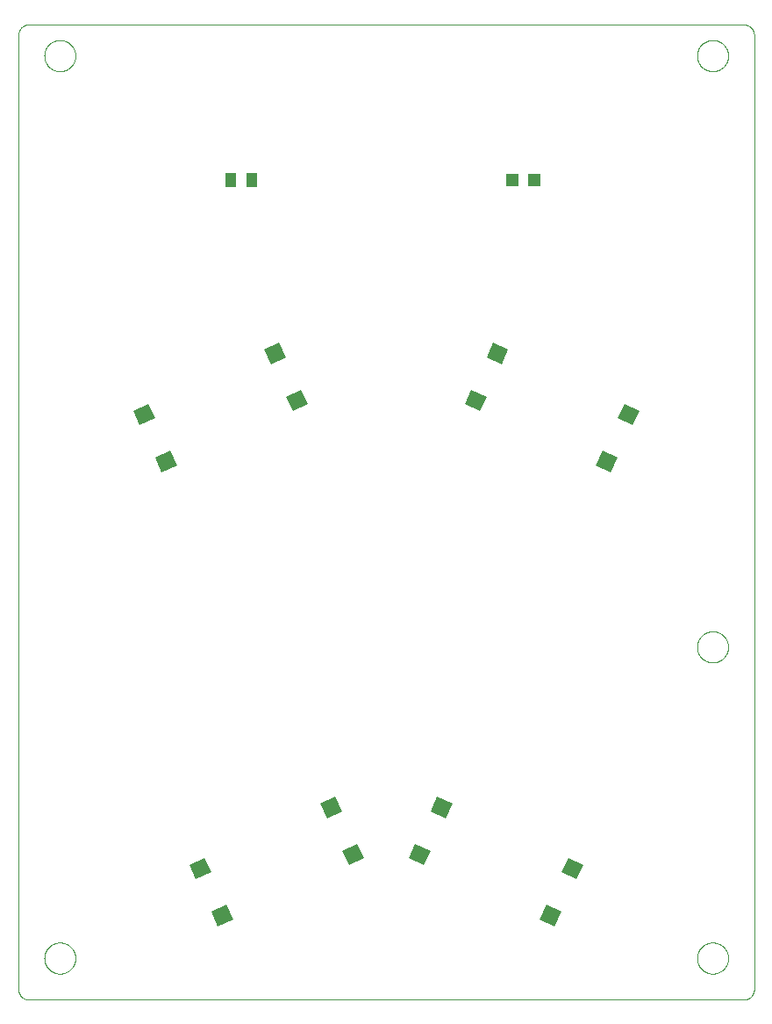
<source format=gbp>
G75*
%MOIN*%
%OFA0B0*%
%FSLAX25Y25*%
%IPPOS*%
%LPD*%
%AMOC8*
5,1,8,0,0,1.08239X$1,22.5*
%
%ADD10C,0.00000*%
%ADD11R,0.06299X0.06102*%
%ADD12R,0.04331X0.05512*%
%ADD13R,0.04724X0.04724*%
D10*
X0005437Y0002252D02*
X0277091Y0002252D01*
X0277215Y0002254D01*
X0277338Y0002260D01*
X0277462Y0002269D01*
X0277584Y0002283D01*
X0277707Y0002300D01*
X0277829Y0002322D01*
X0277950Y0002347D01*
X0278070Y0002376D01*
X0278189Y0002408D01*
X0278308Y0002445D01*
X0278425Y0002485D01*
X0278540Y0002528D01*
X0278655Y0002576D01*
X0278767Y0002627D01*
X0278878Y0002681D01*
X0278988Y0002739D01*
X0279095Y0002800D01*
X0279201Y0002865D01*
X0279304Y0002933D01*
X0279405Y0003004D01*
X0279504Y0003078D01*
X0279601Y0003155D01*
X0279695Y0003236D01*
X0279786Y0003319D01*
X0279875Y0003405D01*
X0279961Y0003494D01*
X0280044Y0003585D01*
X0280125Y0003679D01*
X0280202Y0003776D01*
X0280276Y0003875D01*
X0280347Y0003976D01*
X0280415Y0004079D01*
X0280480Y0004185D01*
X0280541Y0004292D01*
X0280599Y0004402D01*
X0280653Y0004513D01*
X0280704Y0004625D01*
X0280752Y0004740D01*
X0280795Y0004855D01*
X0280835Y0004972D01*
X0280872Y0005091D01*
X0280904Y0005210D01*
X0280933Y0005330D01*
X0280958Y0005451D01*
X0280980Y0005573D01*
X0280997Y0005696D01*
X0281011Y0005818D01*
X0281020Y0005942D01*
X0281026Y0006065D01*
X0281028Y0006189D01*
X0281028Y0368394D01*
X0281026Y0368518D01*
X0281020Y0368641D01*
X0281011Y0368765D01*
X0280997Y0368887D01*
X0280980Y0369010D01*
X0280958Y0369132D01*
X0280933Y0369253D01*
X0280904Y0369373D01*
X0280872Y0369492D01*
X0280835Y0369611D01*
X0280795Y0369728D01*
X0280752Y0369843D01*
X0280704Y0369958D01*
X0280653Y0370070D01*
X0280599Y0370181D01*
X0280541Y0370291D01*
X0280480Y0370398D01*
X0280415Y0370504D01*
X0280347Y0370607D01*
X0280276Y0370708D01*
X0280202Y0370807D01*
X0280125Y0370904D01*
X0280044Y0370998D01*
X0279961Y0371089D01*
X0279875Y0371178D01*
X0279786Y0371264D01*
X0279695Y0371347D01*
X0279601Y0371428D01*
X0279504Y0371505D01*
X0279405Y0371579D01*
X0279304Y0371650D01*
X0279201Y0371718D01*
X0279095Y0371783D01*
X0278988Y0371844D01*
X0278878Y0371902D01*
X0278767Y0371956D01*
X0278655Y0372007D01*
X0278540Y0372055D01*
X0278425Y0372098D01*
X0278308Y0372138D01*
X0278189Y0372175D01*
X0278070Y0372207D01*
X0277950Y0372236D01*
X0277829Y0372261D01*
X0277707Y0372283D01*
X0277584Y0372300D01*
X0277462Y0372314D01*
X0277338Y0372323D01*
X0277215Y0372329D01*
X0277091Y0372331D01*
X0005437Y0372331D01*
X0005313Y0372329D01*
X0005190Y0372323D01*
X0005066Y0372314D01*
X0004944Y0372300D01*
X0004821Y0372283D01*
X0004699Y0372261D01*
X0004578Y0372236D01*
X0004458Y0372207D01*
X0004339Y0372175D01*
X0004220Y0372138D01*
X0004103Y0372098D01*
X0003988Y0372055D01*
X0003873Y0372007D01*
X0003761Y0371956D01*
X0003650Y0371902D01*
X0003540Y0371844D01*
X0003433Y0371783D01*
X0003327Y0371718D01*
X0003224Y0371650D01*
X0003123Y0371579D01*
X0003024Y0371505D01*
X0002927Y0371428D01*
X0002833Y0371347D01*
X0002742Y0371264D01*
X0002653Y0371178D01*
X0002567Y0371089D01*
X0002484Y0370998D01*
X0002403Y0370904D01*
X0002326Y0370807D01*
X0002252Y0370708D01*
X0002181Y0370607D01*
X0002113Y0370504D01*
X0002048Y0370398D01*
X0001987Y0370291D01*
X0001929Y0370181D01*
X0001875Y0370070D01*
X0001824Y0369958D01*
X0001776Y0369843D01*
X0001733Y0369728D01*
X0001693Y0369611D01*
X0001656Y0369492D01*
X0001624Y0369373D01*
X0001595Y0369253D01*
X0001570Y0369132D01*
X0001548Y0369010D01*
X0001531Y0368887D01*
X0001517Y0368765D01*
X0001508Y0368641D01*
X0001502Y0368518D01*
X0001500Y0368394D01*
X0001500Y0006189D01*
X0001502Y0006065D01*
X0001508Y0005942D01*
X0001517Y0005818D01*
X0001531Y0005696D01*
X0001548Y0005573D01*
X0001570Y0005451D01*
X0001595Y0005330D01*
X0001624Y0005210D01*
X0001656Y0005091D01*
X0001693Y0004972D01*
X0001733Y0004855D01*
X0001776Y0004740D01*
X0001824Y0004625D01*
X0001875Y0004513D01*
X0001929Y0004402D01*
X0001987Y0004292D01*
X0002048Y0004185D01*
X0002113Y0004079D01*
X0002181Y0003976D01*
X0002252Y0003875D01*
X0002326Y0003776D01*
X0002403Y0003679D01*
X0002484Y0003585D01*
X0002567Y0003494D01*
X0002653Y0003405D01*
X0002742Y0003319D01*
X0002833Y0003236D01*
X0002927Y0003155D01*
X0003024Y0003078D01*
X0003123Y0003004D01*
X0003224Y0002933D01*
X0003327Y0002865D01*
X0003433Y0002800D01*
X0003540Y0002739D01*
X0003650Y0002681D01*
X0003761Y0002627D01*
X0003873Y0002576D01*
X0003988Y0002528D01*
X0004103Y0002485D01*
X0004220Y0002445D01*
X0004339Y0002408D01*
X0004458Y0002376D01*
X0004578Y0002347D01*
X0004699Y0002322D01*
X0004821Y0002300D01*
X0004944Y0002283D01*
X0005066Y0002269D01*
X0005190Y0002260D01*
X0005313Y0002254D01*
X0005437Y0002252D01*
X0011342Y0018000D02*
X0011344Y0018153D01*
X0011350Y0018307D01*
X0011360Y0018460D01*
X0011374Y0018612D01*
X0011392Y0018765D01*
X0011414Y0018916D01*
X0011439Y0019067D01*
X0011469Y0019218D01*
X0011503Y0019368D01*
X0011540Y0019516D01*
X0011581Y0019664D01*
X0011626Y0019810D01*
X0011675Y0019956D01*
X0011728Y0020100D01*
X0011784Y0020242D01*
X0011844Y0020383D01*
X0011908Y0020523D01*
X0011975Y0020661D01*
X0012046Y0020797D01*
X0012121Y0020931D01*
X0012198Y0021063D01*
X0012280Y0021193D01*
X0012364Y0021321D01*
X0012452Y0021447D01*
X0012543Y0021570D01*
X0012637Y0021691D01*
X0012735Y0021809D01*
X0012835Y0021925D01*
X0012939Y0022038D01*
X0013045Y0022149D01*
X0013154Y0022257D01*
X0013266Y0022362D01*
X0013380Y0022463D01*
X0013498Y0022562D01*
X0013617Y0022658D01*
X0013739Y0022751D01*
X0013864Y0022840D01*
X0013991Y0022927D01*
X0014120Y0023009D01*
X0014251Y0023089D01*
X0014384Y0023165D01*
X0014519Y0023238D01*
X0014656Y0023307D01*
X0014795Y0023372D01*
X0014935Y0023434D01*
X0015077Y0023492D01*
X0015220Y0023547D01*
X0015365Y0023598D01*
X0015511Y0023645D01*
X0015658Y0023688D01*
X0015806Y0023727D01*
X0015955Y0023763D01*
X0016105Y0023794D01*
X0016256Y0023822D01*
X0016407Y0023846D01*
X0016560Y0023866D01*
X0016712Y0023882D01*
X0016865Y0023894D01*
X0017018Y0023902D01*
X0017171Y0023906D01*
X0017325Y0023906D01*
X0017478Y0023902D01*
X0017631Y0023894D01*
X0017784Y0023882D01*
X0017936Y0023866D01*
X0018089Y0023846D01*
X0018240Y0023822D01*
X0018391Y0023794D01*
X0018541Y0023763D01*
X0018690Y0023727D01*
X0018838Y0023688D01*
X0018985Y0023645D01*
X0019131Y0023598D01*
X0019276Y0023547D01*
X0019419Y0023492D01*
X0019561Y0023434D01*
X0019701Y0023372D01*
X0019840Y0023307D01*
X0019977Y0023238D01*
X0020112Y0023165D01*
X0020245Y0023089D01*
X0020376Y0023009D01*
X0020505Y0022927D01*
X0020632Y0022840D01*
X0020757Y0022751D01*
X0020879Y0022658D01*
X0020998Y0022562D01*
X0021116Y0022463D01*
X0021230Y0022362D01*
X0021342Y0022257D01*
X0021451Y0022149D01*
X0021557Y0022038D01*
X0021661Y0021925D01*
X0021761Y0021809D01*
X0021859Y0021691D01*
X0021953Y0021570D01*
X0022044Y0021447D01*
X0022132Y0021321D01*
X0022216Y0021193D01*
X0022298Y0021063D01*
X0022375Y0020931D01*
X0022450Y0020797D01*
X0022521Y0020661D01*
X0022588Y0020523D01*
X0022652Y0020383D01*
X0022712Y0020242D01*
X0022768Y0020100D01*
X0022821Y0019956D01*
X0022870Y0019810D01*
X0022915Y0019664D01*
X0022956Y0019516D01*
X0022993Y0019368D01*
X0023027Y0019218D01*
X0023057Y0019067D01*
X0023082Y0018916D01*
X0023104Y0018765D01*
X0023122Y0018612D01*
X0023136Y0018460D01*
X0023146Y0018307D01*
X0023152Y0018153D01*
X0023154Y0018000D01*
X0023152Y0017847D01*
X0023146Y0017693D01*
X0023136Y0017540D01*
X0023122Y0017388D01*
X0023104Y0017235D01*
X0023082Y0017084D01*
X0023057Y0016933D01*
X0023027Y0016782D01*
X0022993Y0016632D01*
X0022956Y0016484D01*
X0022915Y0016336D01*
X0022870Y0016190D01*
X0022821Y0016044D01*
X0022768Y0015900D01*
X0022712Y0015758D01*
X0022652Y0015617D01*
X0022588Y0015477D01*
X0022521Y0015339D01*
X0022450Y0015203D01*
X0022375Y0015069D01*
X0022298Y0014937D01*
X0022216Y0014807D01*
X0022132Y0014679D01*
X0022044Y0014553D01*
X0021953Y0014430D01*
X0021859Y0014309D01*
X0021761Y0014191D01*
X0021661Y0014075D01*
X0021557Y0013962D01*
X0021451Y0013851D01*
X0021342Y0013743D01*
X0021230Y0013638D01*
X0021116Y0013537D01*
X0020998Y0013438D01*
X0020879Y0013342D01*
X0020757Y0013249D01*
X0020632Y0013160D01*
X0020505Y0013073D01*
X0020376Y0012991D01*
X0020245Y0012911D01*
X0020112Y0012835D01*
X0019977Y0012762D01*
X0019840Y0012693D01*
X0019701Y0012628D01*
X0019561Y0012566D01*
X0019419Y0012508D01*
X0019276Y0012453D01*
X0019131Y0012402D01*
X0018985Y0012355D01*
X0018838Y0012312D01*
X0018690Y0012273D01*
X0018541Y0012237D01*
X0018391Y0012206D01*
X0018240Y0012178D01*
X0018089Y0012154D01*
X0017936Y0012134D01*
X0017784Y0012118D01*
X0017631Y0012106D01*
X0017478Y0012098D01*
X0017325Y0012094D01*
X0017171Y0012094D01*
X0017018Y0012098D01*
X0016865Y0012106D01*
X0016712Y0012118D01*
X0016560Y0012134D01*
X0016407Y0012154D01*
X0016256Y0012178D01*
X0016105Y0012206D01*
X0015955Y0012237D01*
X0015806Y0012273D01*
X0015658Y0012312D01*
X0015511Y0012355D01*
X0015365Y0012402D01*
X0015220Y0012453D01*
X0015077Y0012508D01*
X0014935Y0012566D01*
X0014795Y0012628D01*
X0014656Y0012693D01*
X0014519Y0012762D01*
X0014384Y0012835D01*
X0014251Y0012911D01*
X0014120Y0012991D01*
X0013991Y0013073D01*
X0013864Y0013160D01*
X0013739Y0013249D01*
X0013617Y0013342D01*
X0013498Y0013438D01*
X0013380Y0013537D01*
X0013266Y0013638D01*
X0013154Y0013743D01*
X0013045Y0013851D01*
X0012939Y0013962D01*
X0012835Y0014075D01*
X0012735Y0014191D01*
X0012637Y0014309D01*
X0012543Y0014430D01*
X0012452Y0014553D01*
X0012364Y0014679D01*
X0012280Y0014807D01*
X0012198Y0014937D01*
X0012121Y0015069D01*
X0012046Y0015203D01*
X0011975Y0015339D01*
X0011908Y0015477D01*
X0011844Y0015617D01*
X0011784Y0015758D01*
X0011728Y0015900D01*
X0011675Y0016044D01*
X0011626Y0016190D01*
X0011581Y0016336D01*
X0011540Y0016484D01*
X0011503Y0016632D01*
X0011469Y0016782D01*
X0011439Y0016933D01*
X0011414Y0017084D01*
X0011392Y0017235D01*
X0011374Y0017388D01*
X0011360Y0017540D01*
X0011350Y0017693D01*
X0011344Y0017847D01*
X0011342Y0018000D01*
X0259374Y0018000D02*
X0259376Y0018153D01*
X0259382Y0018307D01*
X0259392Y0018460D01*
X0259406Y0018612D01*
X0259424Y0018765D01*
X0259446Y0018916D01*
X0259471Y0019067D01*
X0259501Y0019218D01*
X0259535Y0019368D01*
X0259572Y0019516D01*
X0259613Y0019664D01*
X0259658Y0019810D01*
X0259707Y0019956D01*
X0259760Y0020100D01*
X0259816Y0020242D01*
X0259876Y0020383D01*
X0259940Y0020523D01*
X0260007Y0020661D01*
X0260078Y0020797D01*
X0260153Y0020931D01*
X0260230Y0021063D01*
X0260312Y0021193D01*
X0260396Y0021321D01*
X0260484Y0021447D01*
X0260575Y0021570D01*
X0260669Y0021691D01*
X0260767Y0021809D01*
X0260867Y0021925D01*
X0260971Y0022038D01*
X0261077Y0022149D01*
X0261186Y0022257D01*
X0261298Y0022362D01*
X0261412Y0022463D01*
X0261530Y0022562D01*
X0261649Y0022658D01*
X0261771Y0022751D01*
X0261896Y0022840D01*
X0262023Y0022927D01*
X0262152Y0023009D01*
X0262283Y0023089D01*
X0262416Y0023165D01*
X0262551Y0023238D01*
X0262688Y0023307D01*
X0262827Y0023372D01*
X0262967Y0023434D01*
X0263109Y0023492D01*
X0263252Y0023547D01*
X0263397Y0023598D01*
X0263543Y0023645D01*
X0263690Y0023688D01*
X0263838Y0023727D01*
X0263987Y0023763D01*
X0264137Y0023794D01*
X0264288Y0023822D01*
X0264439Y0023846D01*
X0264592Y0023866D01*
X0264744Y0023882D01*
X0264897Y0023894D01*
X0265050Y0023902D01*
X0265203Y0023906D01*
X0265357Y0023906D01*
X0265510Y0023902D01*
X0265663Y0023894D01*
X0265816Y0023882D01*
X0265968Y0023866D01*
X0266121Y0023846D01*
X0266272Y0023822D01*
X0266423Y0023794D01*
X0266573Y0023763D01*
X0266722Y0023727D01*
X0266870Y0023688D01*
X0267017Y0023645D01*
X0267163Y0023598D01*
X0267308Y0023547D01*
X0267451Y0023492D01*
X0267593Y0023434D01*
X0267733Y0023372D01*
X0267872Y0023307D01*
X0268009Y0023238D01*
X0268144Y0023165D01*
X0268277Y0023089D01*
X0268408Y0023009D01*
X0268537Y0022927D01*
X0268664Y0022840D01*
X0268789Y0022751D01*
X0268911Y0022658D01*
X0269030Y0022562D01*
X0269148Y0022463D01*
X0269262Y0022362D01*
X0269374Y0022257D01*
X0269483Y0022149D01*
X0269589Y0022038D01*
X0269693Y0021925D01*
X0269793Y0021809D01*
X0269891Y0021691D01*
X0269985Y0021570D01*
X0270076Y0021447D01*
X0270164Y0021321D01*
X0270248Y0021193D01*
X0270330Y0021063D01*
X0270407Y0020931D01*
X0270482Y0020797D01*
X0270553Y0020661D01*
X0270620Y0020523D01*
X0270684Y0020383D01*
X0270744Y0020242D01*
X0270800Y0020100D01*
X0270853Y0019956D01*
X0270902Y0019810D01*
X0270947Y0019664D01*
X0270988Y0019516D01*
X0271025Y0019368D01*
X0271059Y0019218D01*
X0271089Y0019067D01*
X0271114Y0018916D01*
X0271136Y0018765D01*
X0271154Y0018612D01*
X0271168Y0018460D01*
X0271178Y0018307D01*
X0271184Y0018153D01*
X0271186Y0018000D01*
X0271184Y0017847D01*
X0271178Y0017693D01*
X0271168Y0017540D01*
X0271154Y0017388D01*
X0271136Y0017235D01*
X0271114Y0017084D01*
X0271089Y0016933D01*
X0271059Y0016782D01*
X0271025Y0016632D01*
X0270988Y0016484D01*
X0270947Y0016336D01*
X0270902Y0016190D01*
X0270853Y0016044D01*
X0270800Y0015900D01*
X0270744Y0015758D01*
X0270684Y0015617D01*
X0270620Y0015477D01*
X0270553Y0015339D01*
X0270482Y0015203D01*
X0270407Y0015069D01*
X0270330Y0014937D01*
X0270248Y0014807D01*
X0270164Y0014679D01*
X0270076Y0014553D01*
X0269985Y0014430D01*
X0269891Y0014309D01*
X0269793Y0014191D01*
X0269693Y0014075D01*
X0269589Y0013962D01*
X0269483Y0013851D01*
X0269374Y0013743D01*
X0269262Y0013638D01*
X0269148Y0013537D01*
X0269030Y0013438D01*
X0268911Y0013342D01*
X0268789Y0013249D01*
X0268664Y0013160D01*
X0268537Y0013073D01*
X0268408Y0012991D01*
X0268277Y0012911D01*
X0268144Y0012835D01*
X0268009Y0012762D01*
X0267872Y0012693D01*
X0267733Y0012628D01*
X0267593Y0012566D01*
X0267451Y0012508D01*
X0267308Y0012453D01*
X0267163Y0012402D01*
X0267017Y0012355D01*
X0266870Y0012312D01*
X0266722Y0012273D01*
X0266573Y0012237D01*
X0266423Y0012206D01*
X0266272Y0012178D01*
X0266121Y0012154D01*
X0265968Y0012134D01*
X0265816Y0012118D01*
X0265663Y0012106D01*
X0265510Y0012098D01*
X0265357Y0012094D01*
X0265203Y0012094D01*
X0265050Y0012098D01*
X0264897Y0012106D01*
X0264744Y0012118D01*
X0264592Y0012134D01*
X0264439Y0012154D01*
X0264288Y0012178D01*
X0264137Y0012206D01*
X0263987Y0012237D01*
X0263838Y0012273D01*
X0263690Y0012312D01*
X0263543Y0012355D01*
X0263397Y0012402D01*
X0263252Y0012453D01*
X0263109Y0012508D01*
X0262967Y0012566D01*
X0262827Y0012628D01*
X0262688Y0012693D01*
X0262551Y0012762D01*
X0262416Y0012835D01*
X0262283Y0012911D01*
X0262152Y0012991D01*
X0262023Y0013073D01*
X0261896Y0013160D01*
X0261771Y0013249D01*
X0261649Y0013342D01*
X0261530Y0013438D01*
X0261412Y0013537D01*
X0261298Y0013638D01*
X0261186Y0013743D01*
X0261077Y0013851D01*
X0260971Y0013962D01*
X0260867Y0014075D01*
X0260767Y0014191D01*
X0260669Y0014309D01*
X0260575Y0014430D01*
X0260484Y0014553D01*
X0260396Y0014679D01*
X0260312Y0014807D01*
X0260230Y0014937D01*
X0260153Y0015069D01*
X0260078Y0015203D01*
X0260007Y0015339D01*
X0259940Y0015477D01*
X0259876Y0015617D01*
X0259816Y0015758D01*
X0259760Y0015900D01*
X0259707Y0016044D01*
X0259658Y0016190D01*
X0259613Y0016336D01*
X0259572Y0016484D01*
X0259535Y0016632D01*
X0259501Y0016782D01*
X0259471Y0016933D01*
X0259446Y0017084D01*
X0259424Y0017235D01*
X0259406Y0017388D01*
X0259392Y0017540D01*
X0259382Y0017693D01*
X0259376Y0017847D01*
X0259374Y0018000D01*
X0259374Y0136110D02*
X0259376Y0136263D01*
X0259382Y0136417D01*
X0259392Y0136570D01*
X0259406Y0136722D01*
X0259424Y0136875D01*
X0259446Y0137026D01*
X0259471Y0137177D01*
X0259501Y0137328D01*
X0259535Y0137478D01*
X0259572Y0137626D01*
X0259613Y0137774D01*
X0259658Y0137920D01*
X0259707Y0138066D01*
X0259760Y0138210D01*
X0259816Y0138352D01*
X0259876Y0138493D01*
X0259940Y0138633D01*
X0260007Y0138771D01*
X0260078Y0138907D01*
X0260153Y0139041D01*
X0260230Y0139173D01*
X0260312Y0139303D01*
X0260396Y0139431D01*
X0260484Y0139557D01*
X0260575Y0139680D01*
X0260669Y0139801D01*
X0260767Y0139919D01*
X0260867Y0140035D01*
X0260971Y0140148D01*
X0261077Y0140259D01*
X0261186Y0140367D01*
X0261298Y0140472D01*
X0261412Y0140573D01*
X0261530Y0140672D01*
X0261649Y0140768D01*
X0261771Y0140861D01*
X0261896Y0140950D01*
X0262023Y0141037D01*
X0262152Y0141119D01*
X0262283Y0141199D01*
X0262416Y0141275D01*
X0262551Y0141348D01*
X0262688Y0141417D01*
X0262827Y0141482D01*
X0262967Y0141544D01*
X0263109Y0141602D01*
X0263252Y0141657D01*
X0263397Y0141708D01*
X0263543Y0141755D01*
X0263690Y0141798D01*
X0263838Y0141837D01*
X0263987Y0141873D01*
X0264137Y0141904D01*
X0264288Y0141932D01*
X0264439Y0141956D01*
X0264592Y0141976D01*
X0264744Y0141992D01*
X0264897Y0142004D01*
X0265050Y0142012D01*
X0265203Y0142016D01*
X0265357Y0142016D01*
X0265510Y0142012D01*
X0265663Y0142004D01*
X0265816Y0141992D01*
X0265968Y0141976D01*
X0266121Y0141956D01*
X0266272Y0141932D01*
X0266423Y0141904D01*
X0266573Y0141873D01*
X0266722Y0141837D01*
X0266870Y0141798D01*
X0267017Y0141755D01*
X0267163Y0141708D01*
X0267308Y0141657D01*
X0267451Y0141602D01*
X0267593Y0141544D01*
X0267733Y0141482D01*
X0267872Y0141417D01*
X0268009Y0141348D01*
X0268144Y0141275D01*
X0268277Y0141199D01*
X0268408Y0141119D01*
X0268537Y0141037D01*
X0268664Y0140950D01*
X0268789Y0140861D01*
X0268911Y0140768D01*
X0269030Y0140672D01*
X0269148Y0140573D01*
X0269262Y0140472D01*
X0269374Y0140367D01*
X0269483Y0140259D01*
X0269589Y0140148D01*
X0269693Y0140035D01*
X0269793Y0139919D01*
X0269891Y0139801D01*
X0269985Y0139680D01*
X0270076Y0139557D01*
X0270164Y0139431D01*
X0270248Y0139303D01*
X0270330Y0139173D01*
X0270407Y0139041D01*
X0270482Y0138907D01*
X0270553Y0138771D01*
X0270620Y0138633D01*
X0270684Y0138493D01*
X0270744Y0138352D01*
X0270800Y0138210D01*
X0270853Y0138066D01*
X0270902Y0137920D01*
X0270947Y0137774D01*
X0270988Y0137626D01*
X0271025Y0137478D01*
X0271059Y0137328D01*
X0271089Y0137177D01*
X0271114Y0137026D01*
X0271136Y0136875D01*
X0271154Y0136722D01*
X0271168Y0136570D01*
X0271178Y0136417D01*
X0271184Y0136263D01*
X0271186Y0136110D01*
X0271184Y0135957D01*
X0271178Y0135803D01*
X0271168Y0135650D01*
X0271154Y0135498D01*
X0271136Y0135345D01*
X0271114Y0135194D01*
X0271089Y0135043D01*
X0271059Y0134892D01*
X0271025Y0134742D01*
X0270988Y0134594D01*
X0270947Y0134446D01*
X0270902Y0134300D01*
X0270853Y0134154D01*
X0270800Y0134010D01*
X0270744Y0133868D01*
X0270684Y0133727D01*
X0270620Y0133587D01*
X0270553Y0133449D01*
X0270482Y0133313D01*
X0270407Y0133179D01*
X0270330Y0133047D01*
X0270248Y0132917D01*
X0270164Y0132789D01*
X0270076Y0132663D01*
X0269985Y0132540D01*
X0269891Y0132419D01*
X0269793Y0132301D01*
X0269693Y0132185D01*
X0269589Y0132072D01*
X0269483Y0131961D01*
X0269374Y0131853D01*
X0269262Y0131748D01*
X0269148Y0131647D01*
X0269030Y0131548D01*
X0268911Y0131452D01*
X0268789Y0131359D01*
X0268664Y0131270D01*
X0268537Y0131183D01*
X0268408Y0131101D01*
X0268277Y0131021D01*
X0268144Y0130945D01*
X0268009Y0130872D01*
X0267872Y0130803D01*
X0267733Y0130738D01*
X0267593Y0130676D01*
X0267451Y0130618D01*
X0267308Y0130563D01*
X0267163Y0130512D01*
X0267017Y0130465D01*
X0266870Y0130422D01*
X0266722Y0130383D01*
X0266573Y0130347D01*
X0266423Y0130316D01*
X0266272Y0130288D01*
X0266121Y0130264D01*
X0265968Y0130244D01*
X0265816Y0130228D01*
X0265663Y0130216D01*
X0265510Y0130208D01*
X0265357Y0130204D01*
X0265203Y0130204D01*
X0265050Y0130208D01*
X0264897Y0130216D01*
X0264744Y0130228D01*
X0264592Y0130244D01*
X0264439Y0130264D01*
X0264288Y0130288D01*
X0264137Y0130316D01*
X0263987Y0130347D01*
X0263838Y0130383D01*
X0263690Y0130422D01*
X0263543Y0130465D01*
X0263397Y0130512D01*
X0263252Y0130563D01*
X0263109Y0130618D01*
X0262967Y0130676D01*
X0262827Y0130738D01*
X0262688Y0130803D01*
X0262551Y0130872D01*
X0262416Y0130945D01*
X0262283Y0131021D01*
X0262152Y0131101D01*
X0262023Y0131183D01*
X0261896Y0131270D01*
X0261771Y0131359D01*
X0261649Y0131452D01*
X0261530Y0131548D01*
X0261412Y0131647D01*
X0261298Y0131748D01*
X0261186Y0131853D01*
X0261077Y0131961D01*
X0260971Y0132072D01*
X0260867Y0132185D01*
X0260767Y0132301D01*
X0260669Y0132419D01*
X0260575Y0132540D01*
X0260484Y0132663D01*
X0260396Y0132789D01*
X0260312Y0132917D01*
X0260230Y0133047D01*
X0260153Y0133179D01*
X0260078Y0133313D01*
X0260007Y0133449D01*
X0259940Y0133587D01*
X0259876Y0133727D01*
X0259816Y0133868D01*
X0259760Y0134010D01*
X0259707Y0134154D01*
X0259658Y0134300D01*
X0259613Y0134446D01*
X0259572Y0134594D01*
X0259535Y0134742D01*
X0259501Y0134892D01*
X0259471Y0135043D01*
X0259446Y0135194D01*
X0259424Y0135345D01*
X0259406Y0135498D01*
X0259392Y0135650D01*
X0259382Y0135803D01*
X0259376Y0135957D01*
X0259374Y0136110D01*
X0259374Y0360520D02*
X0259376Y0360673D01*
X0259382Y0360827D01*
X0259392Y0360980D01*
X0259406Y0361132D01*
X0259424Y0361285D01*
X0259446Y0361436D01*
X0259471Y0361587D01*
X0259501Y0361738D01*
X0259535Y0361888D01*
X0259572Y0362036D01*
X0259613Y0362184D01*
X0259658Y0362330D01*
X0259707Y0362476D01*
X0259760Y0362620D01*
X0259816Y0362762D01*
X0259876Y0362903D01*
X0259940Y0363043D01*
X0260007Y0363181D01*
X0260078Y0363317D01*
X0260153Y0363451D01*
X0260230Y0363583D01*
X0260312Y0363713D01*
X0260396Y0363841D01*
X0260484Y0363967D01*
X0260575Y0364090D01*
X0260669Y0364211D01*
X0260767Y0364329D01*
X0260867Y0364445D01*
X0260971Y0364558D01*
X0261077Y0364669D01*
X0261186Y0364777D01*
X0261298Y0364882D01*
X0261412Y0364983D01*
X0261530Y0365082D01*
X0261649Y0365178D01*
X0261771Y0365271D01*
X0261896Y0365360D01*
X0262023Y0365447D01*
X0262152Y0365529D01*
X0262283Y0365609D01*
X0262416Y0365685D01*
X0262551Y0365758D01*
X0262688Y0365827D01*
X0262827Y0365892D01*
X0262967Y0365954D01*
X0263109Y0366012D01*
X0263252Y0366067D01*
X0263397Y0366118D01*
X0263543Y0366165D01*
X0263690Y0366208D01*
X0263838Y0366247D01*
X0263987Y0366283D01*
X0264137Y0366314D01*
X0264288Y0366342D01*
X0264439Y0366366D01*
X0264592Y0366386D01*
X0264744Y0366402D01*
X0264897Y0366414D01*
X0265050Y0366422D01*
X0265203Y0366426D01*
X0265357Y0366426D01*
X0265510Y0366422D01*
X0265663Y0366414D01*
X0265816Y0366402D01*
X0265968Y0366386D01*
X0266121Y0366366D01*
X0266272Y0366342D01*
X0266423Y0366314D01*
X0266573Y0366283D01*
X0266722Y0366247D01*
X0266870Y0366208D01*
X0267017Y0366165D01*
X0267163Y0366118D01*
X0267308Y0366067D01*
X0267451Y0366012D01*
X0267593Y0365954D01*
X0267733Y0365892D01*
X0267872Y0365827D01*
X0268009Y0365758D01*
X0268144Y0365685D01*
X0268277Y0365609D01*
X0268408Y0365529D01*
X0268537Y0365447D01*
X0268664Y0365360D01*
X0268789Y0365271D01*
X0268911Y0365178D01*
X0269030Y0365082D01*
X0269148Y0364983D01*
X0269262Y0364882D01*
X0269374Y0364777D01*
X0269483Y0364669D01*
X0269589Y0364558D01*
X0269693Y0364445D01*
X0269793Y0364329D01*
X0269891Y0364211D01*
X0269985Y0364090D01*
X0270076Y0363967D01*
X0270164Y0363841D01*
X0270248Y0363713D01*
X0270330Y0363583D01*
X0270407Y0363451D01*
X0270482Y0363317D01*
X0270553Y0363181D01*
X0270620Y0363043D01*
X0270684Y0362903D01*
X0270744Y0362762D01*
X0270800Y0362620D01*
X0270853Y0362476D01*
X0270902Y0362330D01*
X0270947Y0362184D01*
X0270988Y0362036D01*
X0271025Y0361888D01*
X0271059Y0361738D01*
X0271089Y0361587D01*
X0271114Y0361436D01*
X0271136Y0361285D01*
X0271154Y0361132D01*
X0271168Y0360980D01*
X0271178Y0360827D01*
X0271184Y0360673D01*
X0271186Y0360520D01*
X0271184Y0360367D01*
X0271178Y0360213D01*
X0271168Y0360060D01*
X0271154Y0359908D01*
X0271136Y0359755D01*
X0271114Y0359604D01*
X0271089Y0359453D01*
X0271059Y0359302D01*
X0271025Y0359152D01*
X0270988Y0359004D01*
X0270947Y0358856D01*
X0270902Y0358710D01*
X0270853Y0358564D01*
X0270800Y0358420D01*
X0270744Y0358278D01*
X0270684Y0358137D01*
X0270620Y0357997D01*
X0270553Y0357859D01*
X0270482Y0357723D01*
X0270407Y0357589D01*
X0270330Y0357457D01*
X0270248Y0357327D01*
X0270164Y0357199D01*
X0270076Y0357073D01*
X0269985Y0356950D01*
X0269891Y0356829D01*
X0269793Y0356711D01*
X0269693Y0356595D01*
X0269589Y0356482D01*
X0269483Y0356371D01*
X0269374Y0356263D01*
X0269262Y0356158D01*
X0269148Y0356057D01*
X0269030Y0355958D01*
X0268911Y0355862D01*
X0268789Y0355769D01*
X0268664Y0355680D01*
X0268537Y0355593D01*
X0268408Y0355511D01*
X0268277Y0355431D01*
X0268144Y0355355D01*
X0268009Y0355282D01*
X0267872Y0355213D01*
X0267733Y0355148D01*
X0267593Y0355086D01*
X0267451Y0355028D01*
X0267308Y0354973D01*
X0267163Y0354922D01*
X0267017Y0354875D01*
X0266870Y0354832D01*
X0266722Y0354793D01*
X0266573Y0354757D01*
X0266423Y0354726D01*
X0266272Y0354698D01*
X0266121Y0354674D01*
X0265968Y0354654D01*
X0265816Y0354638D01*
X0265663Y0354626D01*
X0265510Y0354618D01*
X0265357Y0354614D01*
X0265203Y0354614D01*
X0265050Y0354618D01*
X0264897Y0354626D01*
X0264744Y0354638D01*
X0264592Y0354654D01*
X0264439Y0354674D01*
X0264288Y0354698D01*
X0264137Y0354726D01*
X0263987Y0354757D01*
X0263838Y0354793D01*
X0263690Y0354832D01*
X0263543Y0354875D01*
X0263397Y0354922D01*
X0263252Y0354973D01*
X0263109Y0355028D01*
X0262967Y0355086D01*
X0262827Y0355148D01*
X0262688Y0355213D01*
X0262551Y0355282D01*
X0262416Y0355355D01*
X0262283Y0355431D01*
X0262152Y0355511D01*
X0262023Y0355593D01*
X0261896Y0355680D01*
X0261771Y0355769D01*
X0261649Y0355862D01*
X0261530Y0355958D01*
X0261412Y0356057D01*
X0261298Y0356158D01*
X0261186Y0356263D01*
X0261077Y0356371D01*
X0260971Y0356482D01*
X0260867Y0356595D01*
X0260767Y0356711D01*
X0260669Y0356829D01*
X0260575Y0356950D01*
X0260484Y0357073D01*
X0260396Y0357199D01*
X0260312Y0357327D01*
X0260230Y0357457D01*
X0260153Y0357589D01*
X0260078Y0357723D01*
X0260007Y0357859D01*
X0259940Y0357997D01*
X0259876Y0358137D01*
X0259816Y0358278D01*
X0259760Y0358420D01*
X0259707Y0358564D01*
X0259658Y0358710D01*
X0259613Y0358856D01*
X0259572Y0359004D01*
X0259535Y0359152D01*
X0259501Y0359302D01*
X0259471Y0359453D01*
X0259446Y0359604D01*
X0259424Y0359755D01*
X0259406Y0359908D01*
X0259392Y0360060D01*
X0259382Y0360213D01*
X0259376Y0360367D01*
X0259374Y0360520D01*
X0011342Y0360520D02*
X0011344Y0360673D01*
X0011350Y0360827D01*
X0011360Y0360980D01*
X0011374Y0361132D01*
X0011392Y0361285D01*
X0011414Y0361436D01*
X0011439Y0361587D01*
X0011469Y0361738D01*
X0011503Y0361888D01*
X0011540Y0362036D01*
X0011581Y0362184D01*
X0011626Y0362330D01*
X0011675Y0362476D01*
X0011728Y0362620D01*
X0011784Y0362762D01*
X0011844Y0362903D01*
X0011908Y0363043D01*
X0011975Y0363181D01*
X0012046Y0363317D01*
X0012121Y0363451D01*
X0012198Y0363583D01*
X0012280Y0363713D01*
X0012364Y0363841D01*
X0012452Y0363967D01*
X0012543Y0364090D01*
X0012637Y0364211D01*
X0012735Y0364329D01*
X0012835Y0364445D01*
X0012939Y0364558D01*
X0013045Y0364669D01*
X0013154Y0364777D01*
X0013266Y0364882D01*
X0013380Y0364983D01*
X0013498Y0365082D01*
X0013617Y0365178D01*
X0013739Y0365271D01*
X0013864Y0365360D01*
X0013991Y0365447D01*
X0014120Y0365529D01*
X0014251Y0365609D01*
X0014384Y0365685D01*
X0014519Y0365758D01*
X0014656Y0365827D01*
X0014795Y0365892D01*
X0014935Y0365954D01*
X0015077Y0366012D01*
X0015220Y0366067D01*
X0015365Y0366118D01*
X0015511Y0366165D01*
X0015658Y0366208D01*
X0015806Y0366247D01*
X0015955Y0366283D01*
X0016105Y0366314D01*
X0016256Y0366342D01*
X0016407Y0366366D01*
X0016560Y0366386D01*
X0016712Y0366402D01*
X0016865Y0366414D01*
X0017018Y0366422D01*
X0017171Y0366426D01*
X0017325Y0366426D01*
X0017478Y0366422D01*
X0017631Y0366414D01*
X0017784Y0366402D01*
X0017936Y0366386D01*
X0018089Y0366366D01*
X0018240Y0366342D01*
X0018391Y0366314D01*
X0018541Y0366283D01*
X0018690Y0366247D01*
X0018838Y0366208D01*
X0018985Y0366165D01*
X0019131Y0366118D01*
X0019276Y0366067D01*
X0019419Y0366012D01*
X0019561Y0365954D01*
X0019701Y0365892D01*
X0019840Y0365827D01*
X0019977Y0365758D01*
X0020112Y0365685D01*
X0020245Y0365609D01*
X0020376Y0365529D01*
X0020505Y0365447D01*
X0020632Y0365360D01*
X0020757Y0365271D01*
X0020879Y0365178D01*
X0020998Y0365082D01*
X0021116Y0364983D01*
X0021230Y0364882D01*
X0021342Y0364777D01*
X0021451Y0364669D01*
X0021557Y0364558D01*
X0021661Y0364445D01*
X0021761Y0364329D01*
X0021859Y0364211D01*
X0021953Y0364090D01*
X0022044Y0363967D01*
X0022132Y0363841D01*
X0022216Y0363713D01*
X0022298Y0363583D01*
X0022375Y0363451D01*
X0022450Y0363317D01*
X0022521Y0363181D01*
X0022588Y0363043D01*
X0022652Y0362903D01*
X0022712Y0362762D01*
X0022768Y0362620D01*
X0022821Y0362476D01*
X0022870Y0362330D01*
X0022915Y0362184D01*
X0022956Y0362036D01*
X0022993Y0361888D01*
X0023027Y0361738D01*
X0023057Y0361587D01*
X0023082Y0361436D01*
X0023104Y0361285D01*
X0023122Y0361132D01*
X0023136Y0360980D01*
X0023146Y0360827D01*
X0023152Y0360673D01*
X0023154Y0360520D01*
X0023152Y0360367D01*
X0023146Y0360213D01*
X0023136Y0360060D01*
X0023122Y0359908D01*
X0023104Y0359755D01*
X0023082Y0359604D01*
X0023057Y0359453D01*
X0023027Y0359302D01*
X0022993Y0359152D01*
X0022956Y0359004D01*
X0022915Y0358856D01*
X0022870Y0358710D01*
X0022821Y0358564D01*
X0022768Y0358420D01*
X0022712Y0358278D01*
X0022652Y0358137D01*
X0022588Y0357997D01*
X0022521Y0357859D01*
X0022450Y0357723D01*
X0022375Y0357589D01*
X0022298Y0357457D01*
X0022216Y0357327D01*
X0022132Y0357199D01*
X0022044Y0357073D01*
X0021953Y0356950D01*
X0021859Y0356829D01*
X0021761Y0356711D01*
X0021661Y0356595D01*
X0021557Y0356482D01*
X0021451Y0356371D01*
X0021342Y0356263D01*
X0021230Y0356158D01*
X0021116Y0356057D01*
X0020998Y0355958D01*
X0020879Y0355862D01*
X0020757Y0355769D01*
X0020632Y0355680D01*
X0020505Y0355593D01*
X0020376Y0355511D01*
X0020245Y0355431D01*
X0020112Y0355355D01*
X0019977Y0355282D01*
X0019840Y0355213D01*
X0019701Y0355148D01*
X0019561Y0355086D01*
X0019419Y0355028D01*
X0019276Y0354973D01*
X0019131Y0354922D01*
X0018985Y0354875D01*
X0018838Y0354832D01*
X0018690Y0354793D01*
X0018541Y0354757D01*
X0018391Y0354726D01*
X0018240Y0354698D01*
X0018089Y0354674D01*
X0017936Y0354654D01*
X0017784Y0354638D01*
X0017631Y0354626D01*
X0017478Y0354618D01*
X0017325Y0354614D01*
X0017171Y0354614D01*
X0017018Y0354618D01*
X0016865Y0354626D01*
X0016712Y0354638D01*
X0016560Y0354654D01*
X0016407Y0354674D01*
X0016256Y0354698D01*
X0016105Y0354726D01*
X0015955Y0354757D01*
X0015806Y0354793D01*
X0015658Y0354832D01*
X0015511Y0354875D01*
X0015365Y0354922D01*
X0015220Y0354973D01*
X0015077Y0355028D01*
X0014935Y0355086D01*
X0014795Y0355148D01*
X0014656Y0355213D01*
X0014519Y0355282D01*
X0014384Y0355355D01*
X0014251Y0355431D01*
X0014120Y0355511D01*
X0013991Y0355593D01*
X0013864Y0355680D01*
X0013739Y0355769D01*
X0013617Y0355862D01*
X0013498Y0355958D01*
X0013380Y0356057D01*
X0013266Y0356158D01*
X0013154Y0356263D01*
X0013045Y0356371D01*
X0012939Y0356482D01*
X0012835Y0356595D01*
X0012735Y0356711D01*
X0012637Y0356829D01*
X0012543Y0356950D01*
X0012452Y0357073D01*
X0012364Y0357199D01*
X0012280Y0357327D01*
X0012198Y0357457D01*
X0012121Y0357589D01*
X0012046Y0357723D01*
X0011975Y0357859D01*
X0011908Y0357997D01*
X0011844Y0358137D01*
X0011784Y0358278D01*
X0011728Y0358420D01*
X0011675Y0358564D01*
X0011626Y0358710D01*
X0011581Y0358856D01*
X0011540Y0359004D01*
X0011503Y0359152D01*
X0011469Y0359302D01*
X0011439Y0359453D01*
X0011414Y0359604D01*
X0011392Y0359755D01*
X0011374Y0359908D01*
X0011360Y0360060D01*
X0011350Y0360213D01*
X0011344Y0360367D01*
X0011342Y0360520D01*
D11*
G36*
X0103143Y0246122D02*
X0097436Y0243461D01*
X0094857Y0248990D01*
X0100564Y0251651D01*
X0103143Y0246122D01*
G37*
G36*
X0111462Y0228281D02*
X0105755Y0225620D01*
X0103176Y0231149D01*
X0108883Y0233810D01*
X0111462Y0228281D01*
G37*
G36*
X0061687Y0205071D02*
X0055980Y0202410D01*
X0053401Y0207939D01*
X0059108Y0210600D01*
X0061687Y0205071D01*
G37*
G36*
X0053367Y0222911D02*
X0047660Y0220250D01*
X0045081Y0225779D01*
X0050788Y0228440D01*
X0053367Y0222911D01*
G37*
G36*
X0124468Y0073752D02*
X0118761Y0071091D01*
X0116182Y0076620D01*
X0121889Y0079281D01*
X0124468Y0073752D01*
G37*
G36*
X0132787Y0055911D02*
X0127080Y0053250D01*
X0124501Y0058779D01*
X0130208Y0061440D01*
X0132787Y0055911D01*
G37*
G36*
X0152319Y0061440D02*
X0158026Y0058779D01*
X0155447Y0053250D01*
X0149740Y0055911D01*
X0152319Y0061440D01*
G37*
G36*
X0160638Y0079281D02*
X0166345Y0076620D01*
X0163766Y0071091D01*
X0158059Y0073752D01*
X0160638Y0079281D01*
G37*
G36*
X0202095Y0038229D02*
X0207802Y0035568D01*
X0205223Y0030039D01*
X0199516Y0032700D01*
X0202095Y0038229D01*
G37*
G36*
X0210414Y0056070D02*
X0216121Y0053409D01*
X0213542Y0047880D01*
X0207835Y0050541D01*
X0210414Y0056070D01*
G37*
G36*
X0223420Y0210600D02*
X0229127Y0207939D01*
X0226548Y0202410D01*
X0220841Y0205071D01*
X0223420Y0210600D01*
G37*
G36*
X0231739Y0228440D02*
X0237446Y0225779D01*
X0234867Y0220250D01*
X0229160Y0222911D01*
X0231739Y0228440D01*
G37*
G36*
X0181964Y0251651D02*
X0187671Y0248990D01*
X0185092Y0243461D01*
X0179385Y0246122D01*
X0181964Y0251651D01*
G37*
G36*
X0173645Y0233810D02*
X0179352Y0231149D01*
X0176773Y0225620D01*
X0171066Y0228281D01*
X0173645Y0233810D01*
G37*
G36*
X0074693Y0050541D02*
X0068986Y0047880D01*
X0066407Y0053409D01*
X0072114Y0056070D01*
X0074693Y0050541D01*
G37*
G36*
X0083012Y0032700D02*
X0077305Y0030039D01*
X0074726Y0035568D01*
X0080433Y0038229D01*
X0083012Y0032700D01*
G37*
D12*
X0082209Y0313276D03*
X0090083Y0313276D03*
D13*
X0189295Y0313276D03*
X0197563Y0313276D03*
M02*

</source>
